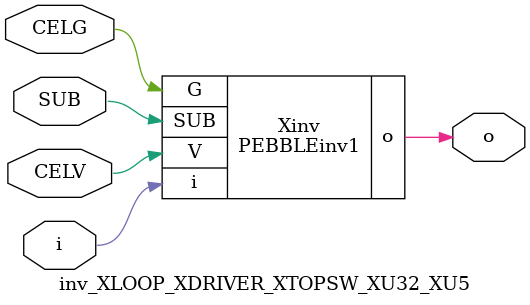
<source format=v>



module PEBBLEinv1 ( o, G, SUB, V, i );

  input V;
  input i;
  input G;
  output o;
  input SUB;
endmodule

//Celera Confidential Do Not Copy inv_XLOOP_XDRIVER_XTOPSW_XU32_XU5
//Celera Confidential Symbol Generator
//5V Inverter
module inv_XLOOP_XDRIVER_XTOPSW_XU32_XU5 (CELV,CELG,i,o,SUB);
input CELV;
input CELG;
input i;
input SUB;
output o;

//Celera Confidential Do Not Copy inv
PEBBLEinv1 Xinv(
.V (CELV),
.i (i),
.o (o),
.SUB (SUB),
.G (CELG)
);
//,diesize,PEBBLEinv1

//Celera Confidential Do Not Copy Module End
//Celera Schematic Generator
endmodule

</source>
